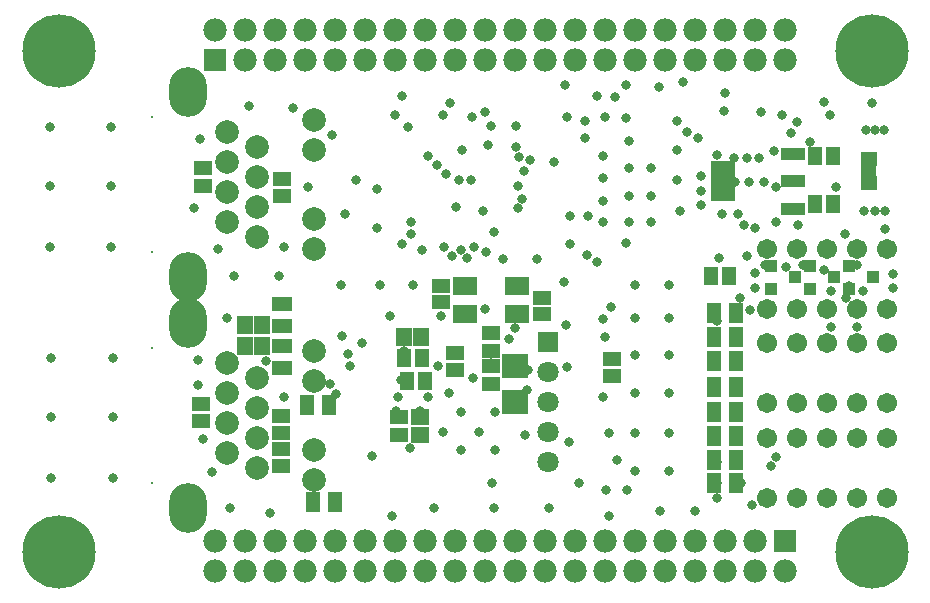
<source format=gbs>
G04 Layer_Color=8150272*
%FSLAX25Y25*%
%MOIN*%
G70*
G01*
G75*
%ADD59R,0.04934X0.06509*%
%ADD61R,0.06115X0.04934*%
%ADD62R,0.06115X0.05131*%
%ADD66R,0.06509X0.04934*%
%ADD68R,0.04934X0.06115*%
%ADD77C,0.07099*%
%ADD78R,0.07099X0.07099*%
%ADD79C,0.00800*%
%ADD80O,0.12611X0.16548*%
%ADD81C,0.07887*%
%ADD82C,0.06706*%
%ADD83C,0.07800*%
%ADD84R,0.07800X0.07800*%
%ADD85C,0.24422*%
%ADD86C,0.03162*%
%ADD87C,0.05800*%
%ADD88R,0.08280X0.04343*%
%ADD89R,0.08280X0.13398*%
%ADD90R,0.05721X0.04737*%
%ADD91R,0.04343X0.03950*%
%ADD92R,0.07887X0.06312*%
%ADD93R,0.05328X0.06115*%
%ADD94R,0.06115X0.05328*%
%ADD95R,0.09068X0.07887*%
G36*
X384500Y236000D02*
X379500D01*
Y244000D01*
X384500D01*
Y236000D01*
D02*
G37*
D59*
X330358Y184500D02*
D03*
X337642D02*
D03*
X330358Y136000D02*
D03*
X337642D02*
D03*
X194858Y162000D02*
D03*
X202142D02*
D03*
X196858Y129500D02*
D03*
X204142D02*
D03*
X330358Y192500D02*
D03*
X337642D02*
D03*
X330358Y176500D02*
D03*
X337642D02*
D03*
X330358Y168000D02*
D03*
X337642D02*
D03*
X330358Y159500D02*
D03*
X337642D02*
D03*
X330358Y151500D02*
D03*
X337642D02*
D03*
X330358Y143500D02*
D03*
X337642D02*
D03*
D61*
X186500Y237453D02*
D03*
Y231547D02*
D03*
X296500Y177453D02*
D03*
Y171547D02*
D03*
X256000Y180047D02*
D03*
Y185953D02*
D03*
Y174953D02*
D03*
Y169047D02*
D03*
X244000Y179453D02*
D03*
Y173547D02*
D03*
X225500Y157953D02*
D03*
Y152047D02*
D03*
X186000Y158453D02*
D03*
Y152547D02*
D03*
X160000Y235047D02*
D03*
Y240953D02*
D03*
X159500Y156547D02*
D03*
Y162453D02*
D03*
D62*
X273000Y192244D02*
D03*
Y197756D02*
D03*
X239500Y201756D02*
D03*
Y196244D02*
D03*
X186000Y147256D02*
D03*
Y141744D02*
D03*
D66*
X186500Y188358D02*
D03*
Y195642D02*
D03*
Y174358D02*
D03*
Y181642D02*
D03*
D68*
X364047Y229000D02*
D03*
X369953D02*
D03*
X364047Y245000D02*
D03*
X369953D02*
D03*
X335453Y205000D02*
D03*
X329547D02*
D03*
X227047Y177500D02*
D03*
X232953D02*
D03*
X228047Y170000D02*
D03*
X233953D02*
D03*
D77*
X275000Y143000D02*
D03*
Y153000D02*
D03*
Y163000D02*
D03*
Y173000D02*
D03*
D78*
Y183000D02*
D03*
D79*
X143020Y258000D02*
D03*
Y213000D02*
D03*
Y136000D02*
D03*
Y181000D02*
D03*
D80*
X155028Y266189D02*
D03*
Y204811D02*
D03*
Y127811D02*
D03*
Y189189D02*
D03*
D81*
X168020Y253000D02*
D03*
X178020Y248000D02*
D03*
X168020Y243000D02*
D03*
X178020Y238000D02*
D03*
X168020Y233000D02*
D03*
X178020Y228000D02*
D03*
X168020Y223000D02*
D03*
X178020Y218000D02*
D03*
X197035Y256996D02*
D03*
Y246996D02*
D03*
Y224004D02*
D03*
Y214004D02*
D03*
Y137004D02*
D03*
Y147004D02*
D03*
Y169996D02*
D03*
Y179996D02*
D03*
X178020Y141000D02*
D03*
X168020Y146000D02*
D03*
X178020Y151000D02*
D03*
X168020Y156000D02*
D03*
X178020Y161000D02*
D03*
X168020Y166000D02*
D03*
X178020Y171000D02*
D03*
X168020Y176000D02*
D03*
D82*
X348000Y194000D02*
D03*
X358000D02*
D03*
X368000D02*
D03*
X378000D02*
D03*
X388000D02*
D03*
Y214000D02*
D03*
X378000D02*
D03*
X368000D02*
D03*
X358000D02*
D03*
X348000D02*
D03*
Y162500D02*
D03*
X358000D02*
D03*
X368000D02*
D03*
X378000D02*
D03*
X388000D02*
D03*
Y182500D02*
D03*
X378000D02*
D03*
X368000D02*
D03*
X358000D02*
D03*
X348000D02*
D03*
Y131000D02*
D03*
X358000D02*
D03*
X368000D02*
D03*
X378000D02*
D03*
X388000D02*
D03*
Y151000D02*
D03*
X378000D02*
D03*
X368000D02*
D03*
X358000D02*
D03*
X348000D02*
D03*
D83*
X224016Y116496D02*
D03*
Y106496D02*
D03*
X214016Y116496D02*
D03*
Y106496D02*
D03*
X204016Y116496D02*
D03*
Y106496D02*
D03*
X164016D02*
D03*
Y116496D02*
D03*
X174016Y106496D02*
D03*
Y116496D02*
D03*
X184016Y106496D02*
D03*
Y116496D02*
D03*
X194016Y106496D02*
D03*
Y116496D02*
D03*
X264016D02*
D03*
Y106496D02*
D03*
X254016Y116496D02*
D03*
Y106496D02*
D03*
X244016Y116496D02*
D03*
Y106496D02*
D03*
X234016Y116496D02*
D03*
Y106496D02*
D03*
X304016Y116496D02*
D03*
Y106496D02*
D03*
X294016Y116496D02*
D03*
Y106496D02*
D03*
X284016Y116496D02*
D03*
Y106496D02*
D03*
X274016Y116496D02*
D03*
Y106496D02*
D03*
X314016D02*
D03*
Y116496D02*
D03*
X324016Y106496D02*
D03*
Y116496D02*
D03*
X334016Y106496D02*
D03*
Y116496D02*
D03*
X344016Y106496D02*
D03*
Y116496D02*
D03*
X354016Y106496D02*
D03*
X294016Y277008D02*
D03*
Y287008D02*
D03*
X304016Y277008D02*
D03*
Y287008D02*
D03*
X314016Y277008D02*
D03*
Y287008D02*
D03*
X354016D02*
D03*
Y277008D02*
D03*
X344016Y287008D02*
D03*
Y277008D02*
D03*
X334016Y287008D02*
D03*
Y277008D02*
D03*
X324016Y287008D02*
D03*
Y277008D02*
D03*
X254016D02*
D03*
Y287008D02*
D03*
X264016Y277008D02*
D03*
Y287008D02*
D03*
X274016Y277008D02*
D03*
Y287008D02*
D03*
X284016Y277008D02*
D03*
Y287008D02*
D03*
X214016Y277008D02*
D03*
Y287008D02*
D03*
X224016Y277008D02*
D03*
Y287008D02*
D03*
X234016Y277008D02*
D03*
Y287008D02*
D03*
X244016Y277008D02*
D03*
Y287008D02*
D03*
X204016D02*
D03*
Y277008D02*
D03*
X194016Y287008D02*
D03*
Y277008D02*
D03*
X184016Y287008D02*
D03*
Y277008D02*
D03*
X174016Y287008D02*
D03*
Y277008D02*
D03*
X164016Y287008D02*
D03*
D84*
X354016Y116496D02*
D03*
X164016Y277008D02*
D03*
D85*
X112008Y112992D02*
D03*
Y280000D02*
D03*
X382992Y112992D02*
D03*
Y280000D02*
D03*
D86*
X202500Y169000D02*
D03*
X207500Y225500D02*
D03*
X350500Y246500D02*
D03*
X351000Y234800D02*
D03*
X301000Y257500D02*
D03*
X320000Y269500D02*
D03*
X321500Y253000D02*
D03*
X294000Y258000D02*
D03*
X211000Y237000D02*
D03*
X378000Y188000D02*
D03*
X369500Y200000D02*
D03*
X374500Y197500D02*
D03*
X369500Y188000D02*
D03*
X380000Y200000D02*
D03*
X367000Y207000D02*
D03*
X354500Y208000D02*
D03*
X390000Y201000D02*
D03*
Y205500D02*
D03*
X332000Y211000D02*
D03*
X206500Y185000D02*
D03*
X288000Y212000D02*
D03*
X282500Y215500D02*
D03*
X280500Y203000D02*
D03*
X281000Y188500D02*
D03*
X109500Y177500D02*
D03*
X130000D02*
D03*
X109500Y137500D02*
D03*
X130000D02*
D03*
Y158000D02*
D03*
X109500D02*
D03*
X109000Y235000D02*
D03*
X129500D02*
D03*
Y214500D02*
D03*
X109000D02*
D03*
X129500Y254500D02*
D03*
X109000D02*
D03*
X312500Y126500D02*
D03*
X324000D02*
D03*
X325000Y251000D02*
D03*
X318000Y237000D02*
D03*
Y247000D02*
D03*
Y256500D02*
D03*
X287500Y251000D02*
D03*
Y256500D02*
D03*
X277000Y243000D02*
D03*
X218000Y221000D02*
D03*
X252000Y153000D02*
D03*
X240000D02*
D03*
X275500Y127500D02*
D03*
X257000D02*
D03*
X237000D02*
D03*
X256500Y136000D02*
D03*
X206000Y202000D02*
D03*
X219000D02*
D03*
X230000D02*
D03*
X239500Y191500D02*
D03*
X262000Y184000D02*
D03*
X250000Y171000D02*
D03*
X268000Y167000D02*
D03*
X222500Y191500D02*
D03*
X213000Y182500D02*
D03*
X238500Y175000D02*
D03*
X242000Y166000D02*
D03*
X235000Y164500D02*
D03*
X225000D02*
D03*
X216500Y145000D02*
D03*
X229000Y147500D02*
D03*
X246000Y159500D02*
D03*
Y147000D02*
D03*
X257500D02*
D03*
Y159500D02*
D03*
X315500Y202000D02*
D03*
Y191000D02*
D03*
Y178500D02*
D03*
Y166000D02*
D03*
Y152500D02*
D03*
Y140000D02*
D03*
X304000D02*
D03*
Y152500D02*
D03*
Y166000D02*
D03*
X294000Y184500D02*
D03*
X304000Y178500D02*
D03*
Y191000D02*
D03*
Y202000D02*
D03*
X309500Y223000D02*
D03*
Y231500D02*
D03*
Y241000D02*
D03*
X302000Y223000D02*
D03*
Y231500D02*
D03*
Y241000D02*
D03*
Y250000D02*
D03*
X293500Y245000D02*
D03*
Y237500D02*
D03*
Y230000D02*
D03*
X301000Y216000D02*
D03*
X293500Y223000D02*
D03*
X383000Y262500D02*
D03*
X367000Y263000D02*
D03*
X387500Y220500D02*
D03*
X374000Y219000D02*
D03*
X358500Y222000D02*
D03*
X351000Y223000D02*
D03*
X282500Y225000D02*
D03*
X288500D02*
D03*
X301500Y133500D02*
D03*
X218000Y234000D02*
D03*
X371000Y234500D02*
D03*
X319000Y226500D02*
D03*
X340500Y222000D02*
D03*
X291500Y265000D02*
D03*
X301000Y268500D02*
D03*
X297500Y264500D02*
D03*
X334000Y266000D02*
D03*
X351000Y144500D02*
D03*
X349500Y141500D02*
D03*
X344000Y221000D02*
D03*
X341500Y211500D02*
D03*
X344000Y206000D02*
D03*
X264000Y187500D02*
D03*
X204500Y165500D02*
D03*
X254000Y194000D02*
D03*
X293500Y164500D02*
D03*
X294500Y133500D02*
D03*
X256000Y179000D02*
D03*
X232500Y160000D02*
D03*
X224500D02*
D03*
X227000Y180000D02*
D03*
X291500Y209500D02*
D03*
X282000Y149500D02*
D03*
X329000Y204500D02*
D03*
X296500Y178000D02*
D03*
X285500Y136000D02*
D03*
X331500Y131000D02*
D03*
Y136000D02*
D03*
X281500Y174500D02*
D03*
X267500Y152000D02*
D03*
X296000Y194500D02*
D03*
X293500Y190500D02*
D03*
X226000Y170299D02*
D03*
X256500Y174500D02*
D03*
X244000Y179748D02*
D03*
X338500Y184000D02*
D03*
X331000D02*
D03*
X331500Y190000D02*
D03*
X339000Y197500D02*
D03*
X339500Y136000D02*
D03*
X343000Y128500D02*
D03*
X378000Y208500D02*
D03*
X360000D02*
D03*
X347500D02*
D03*
X375500Y201500D02*
D03*
X342500Y193500D02*
D03*
X344000Y201000D02*
D03*
X331500Y143000D02*
D03*
X331000Y151500D02*
D03*
X330500Y159500D02*
D03*
X331000Y167500D02*
D03*
Y176000D02*
D03*
X229500Y223000D02*
D03*
X203095Y251890D02*
D03*
X338500Y225800D02*
D03*
X280902Y268500D02*
D03*
X281500Y258000D02*
D03*
X312000Y268000D02*
D03*
X249862Y257862D02*
D03*
X254000Y259500D02*
D03*
X244500Y228000D02*
D03*
X246500Y247000D02*
D03*
X235000Y245000D02*
D03*
X238000Y242000D02*
D03*
X241000Y239000D02*
D03*
X269000Y243500D02*
D03*
X267000Y240000D02*
D03*
X264500Y248000D02*
D03*
X265000Y235000D02*
D03*
X266500Y230500D02*
D03*
X265000Y227500D02*
D03*
X265500Y244500D02*
D03*
X242500Y262500D02*
D03*
X226500Y215500D02*
D03*
X255000Y248500D02*
D03*
X240000Y258500D02*
D03*
X254500Y213000D02*
D03*
X243000Y211500D02*
D03*
X246000Y213500D02*
D03*
X248000Y211000D02*
D03*
X250500Y214500D02*
D03*
X240500D02*
D03*
X295500Y125000D02*
D03*
X223000D02*
D03*
X257000Y219500D02*
D03*
X229500Y219000D02*
D03*
X226500Y265000D02*
D03*
X224000Y258500D02*
D03*
X256000Y255000D02*
D03*
X249500Y237000D02*
D03*
X245500D02*
D03*
X228500Y254500D02*
D03*
X253500Y226500D02*
D03*
X362500Y249800D02*
D03*
X333000Y225800D02*
D03*
X370500Y244300D02*
D03*
X326000Y238300D02*
D03*
Y233300D02*
D03*
Y228800D02*
D03*
X341500Y244300D02*
D03*
X345500D02*
D03*
X332500Y236300D02*
D03*
X337500D02*
D03*
X342000D02*
D03*
X347000D02*
D03*
X369000Y258800D02*
D03*
X380500Y226800D02*
D03*
X384000D02*
D03*
X387500D02*
D03*
X381000Y253800D02*
D03*
X384000D02*
D03*
X387000D02*
D03*
X356000Y252800D02*
D03*
X337000Y244300D02*
D03*
X333700Y260000D02*
D03*
X346000Y259800D02*
D03*
X353000Y258820D02*
D03*
X358000Y256300D02*
D03*
X331500Y245300D02*
D03*
X271500Y210500D02*
D03*
X233000Y213500D02*
D03*
X260000Y210500D02*
D03*
X264500Y255000D02*
D03*
X170500Y205000D02*
D03*
X185500D02*
D03*
X168000Y191000D02*
D03*
X187000Y164500D02*
D03*
X295500Y152500D02*
D03*
X298000Y143500D02*
D03*
X209057Y175000D02*
D03*
X208500Y179000D02*
D03*
X181000Y176500D02*
D03*
X190000Y261000D02*
D03*
X175500Y261500D02*
D03*
X195000Y234500D02*
D03*
X187000Y214500D02*
D03*
X165000Y214000D02*
D03*
X157000Y227500D02*
D03*
X159000Y250500D02*
D03*
X158500Y177000D02*
D03*
Y168500D02*
D03*
X160000Y150500D02*
D03*
X163000Y139500D02*
D03*
X169000Y127500D02*
D03*
X182500Y126000D02*
D03*
X268500Y173500D02*
D03*
D87*
X382984Y288500D02*
D03*
X374492Y279992D02*
D03*
X383000Y271500D02*
D03*
X391492Y280008D02*
D03*
X389484Y286008D02*
D03*
X376984Y286492D02*
D03*
X376500Y273992D02*
D03*
X389000Y273508D02*
D03*
X382984Y121492D02*
D03*
X374492Y112984D02*
D03*
X383000Y104492D02*
D03*
X391492Y113000D02*
D03*
X389484Y119000D02*
D03*
X376984Y119484D02*
D03*
X376500Y106984D02*
D03*
X389000Y106500D02*
D03*
X112000Y121492D02*
D03*
X103508Y112984D02*
D03*
X112016Y104492D02*
D03*
X120508Y113000D02*
D03*
X118500Y119000D02*
D03*
X106000Y119484D02*
D03*
X105516Y106984D02*
D03*
X118016Y106500D02*
D03*
Y273508D02*
D03*
X105516Y273992D02*
D03*
X106000Y286492D02*
D03*
X118500Y286008D02*
D03*
X120508Y280008D02*
D03*
X112016Y271500D02*
D03*
X103508Y279992D02*
D03*
X112000Y288500D02*
D03*
D88*
X356614Y245555D02*
D03*
Y236500D02*
D03*
Y227445D02*
D03*
D89*
X333386Y236500D02*
D03*
D90*
X382000Y236063D02*
D03*
Y243937D02*
D03*
D91*
X357437Y204500D02*
D03*
X349563Y208240D02*
D03*
Y200760D02*
D03*
X370437Y204500D02*
D03*
X362563Y208240D02*
D03*
Y200760D02*
D03*
X383437Y204500D02*
D03*
X375563Y208240D02*
D03*
Y200760D02*
D03*
D92*
X247339Y201724D02*
D03*
X264661D02*
D03*
Y192276D02*
D03*
X247339D02*
D03*
D93*
X227146Y184500D02*
D03*
X232854D02*
D03*
X174146Y188500D02*
D03*
X179854D02*
D03*
X174146Y181500D02*
D03*
X179854D02*
D03*
D94*
X232500Y157854D02*
D03*
Y152146D02*
D03*
D95*
X264000Y174906D02*
D03*
Y163094D02*
D03*
M02*

</source>
